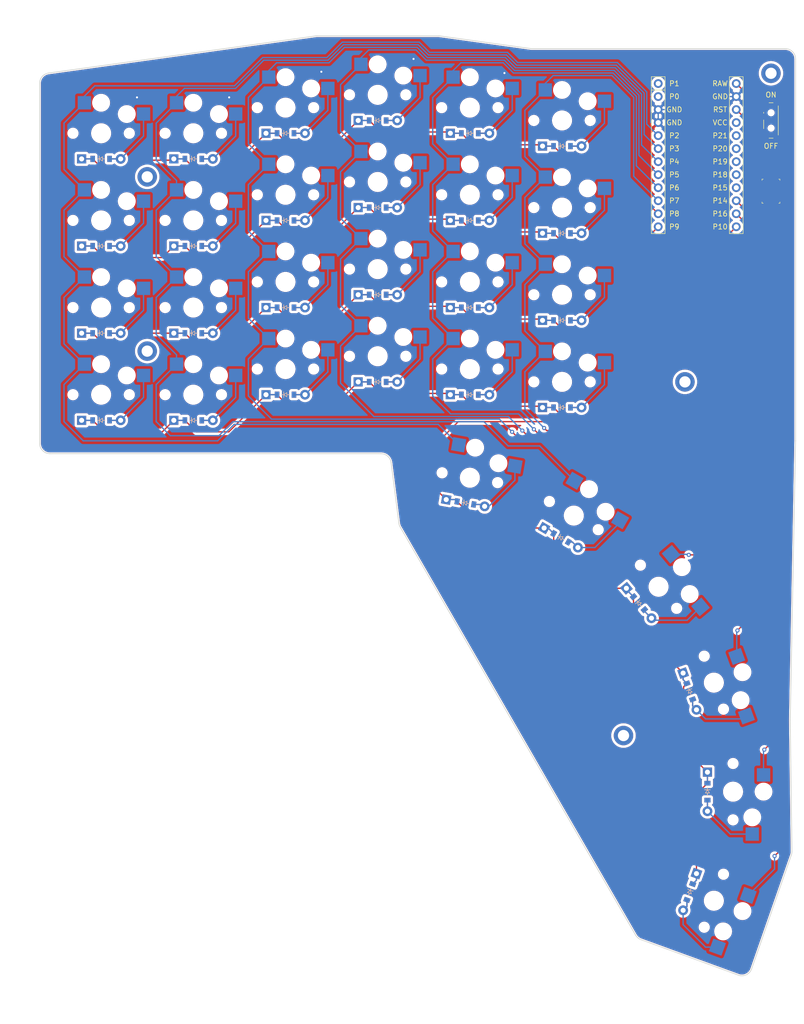
<source format=kicad_pcb>
(kicad_pcb (version 20241229) (generator "pcbnew") (generator_version "9.0")
  (title_block (title "main") (date "2025-05-04") (rev "v1.0.0") (company "Unknown"))
  (layers (0 "F.Cu" signal) (2 "B.Cu" signal) (13 "F.Paste" user) (15 "B.Paste" user) (5 "F.SilkS" user "F.Silkscreen") (7 "B.SilkS" user "B.Silkscreen") (1 "F.Mask" user) (3 "B.Mask" user) (25 "Edge.Cuts" user))
  (net 0 "")
  (net 1 "P2")
  (net 2 "outer_bottom")
  (net 3 "outer_home")
  (net 4 "outer_top")
  (net 5 "outer_num")
  (net 6 "P3")
  (net 7 "pinky_bottom")
  (net 8 "pinky_home")
  (net 9 "pinky_top")
  (net 10 "pinky_num")
  (net 11 "P4")
  (net 12 "ring_bottom")
  (net 13 "ring_home")
  (net 14 "ring_top")
  (net 15 "ring_num")
  (net 16 "P5")
  (net 17 "middle_bottom")
  (net 18 "middle_home")
  (net 19 "middle_top")
  (net 20 "middle_num")
  (net 21 "P6")
  (net 22 "index_bottom")
  (net 23 "index_home")
  (net 24 "index_top")
  (net 25 "index_num")
  (net 26 "P7")
  (net 27 "inner_bottom")
  (net 28 "inner_home")
  (net 29 "inner_top")
  (net 30 "inner_num")
  (net 31 "first_cluster")
  (net 32 "second_cluster")
  (net 33 "third_cluster")
  (net 34 "fourth_cluster")
  (net 35 "fifth_cluster")
  (net 36 "sixth_cluster")
  (net 37 "P16")
  (net 38 "P10")
  (net 39 "P9")
  (net 40 "P8")
  (net 41 "P14")
  (net 42 "RAW")
  (net 43 "GND")
  (net 44 "RST")
  (net 45 "VCC")
  (net 46 "P21")
  (net 47 "P20")
  (net 48 "P19")
  (net 49 "P18")
  (net 50 "P15")
  (net 51 "P1")
  (net 52 "P0")
  (net 53 "BAT_P")
  (footprint "PG1350" (layer "F.Cu") (at 192.297361 123.587635 -30)
    (property "Reference" "S26" (hide yes))
    (property "Value" "" (hide yes))
  )
  (footprint "PG1350" (layer "F.Cu") (at 172 78)
    (property "Reference" "S18" (hide yes))
    (property "Value" "" (hide yes))
  )
  (footprint "ceoloide:mounting_hole_plated" (layer "F.Cu") (at 109 91.5)
    (property "Reference" "H3" (hide yes))
    (property "Value" "")
  )
  (footprint "PG1350" (layer "F.Cu") (at 172 116.2 -10)
    (property "Reference" "S25" (hide yes))
    (property "Value" "" (hide yes))
  )
  (footprint "PG1350" (layer "F.Cu") (at 154 58.5)
    (property "Reference" "S15" (hide yes))
    (property "Value" "" (hide yes))
  )
  (footprint "PG1350" (layer "F.Cu") (at 154 75.5)
    (property "Reference" "S14" (hide yes))
    (property "Value" "" (hide yes))
  )
  (footprint "PG1350" (layer "F.Cu") (at 154 41.5)
    (property "Reference" "S16" (hide yes))
    (property "Value" "" (hide yes))
  )
  (footprint "ComboDiode" (layer "F.Cu") (at 214.945458 157.888097 -70)
    (property "Reference" "D28" (hide yes))
    (property "Value" "" (hide yes))
  )
  (footprint "ComboDiode" (layer "F.Cu") (at 190 68.5)
    (property "Reference" "D23" (hide yes))
    (property "Value" "" (hide yes))
  )
  (footprint "ComboDiode" (layer "F.Cu") (at 154 63.5)
    (property "Reference" "D15" (hide yes))
    (property "Value" "" (hide yes))
  )
  (footprint "PG1350" (layer "F.Cu") (at 100 100)
    (property "Reference" "S1" (hide yes))
    (property "Value" "" (hide yes))
  )
  (footprint "ComboDiode" (layer "F.Cu") (at 136 49)
    (property "Reference" "D12" (hide yes))
    (property "Value" "" (hide yes))
  )
  (footprint "ComboDiode" (layer "F.Cu") (at 136 83)
    (property "Reference" "D10" (hide yes))
    (property "Value" "" (hide yes))
  )
  (footprint "ComboDiode" (layer "F.Cu") (at 154 46.5)
    (property "Reference" "D16" (hide yes))
    (property "Value" "" (hide yes))
  )
  (footprint "ComboDiode" (layer "F.Cu") (at 172 49)
    (property "Reference" "D20" (hide yes))
    (property "Value" "" (hide yes))
  )
  (footprint "PG1350" (layer "F.Cu") (at 172 44)
    (property "Reference" "S20" (hide yes))
    (property "Value" "" (hide yes))
  )
  (footprint "ceoloide:mounting_hole_plated" (layer "F.Cu") (at 109 57.5)
    (property "Reference" "H1" (hide yes))
    (property "Value" "")
  )
  (footprint "ComboDiode" (layer "F.Cu") (at 190 51.5)
    (property "Reference" "D24" (hide yes))
    (property "Value" "" (hide yes))
  )
  (footprint "PG1350" (layer "F.Cu") (at 154 92.5)
    (property "Reference" "S13" (hide yes))
    (property "Value" "" (hide yes))
  )
  (footprint "PG1350" (layer "F.Cu") (at 208.843921 137.471848 -50)
    (property "Reference" "S27" (hide yes))
    (property "Value" "" (hide yes))
  )
  (footprint "ComboDiode" (layer "F.Cu") (at 118 54)
    (property "Reference" "D8" (hide yes))
    (property "Value" "" (hide yes))
  )
  (footprint "ComboDiode" (layer "F.Cu") (at 190 102.5)
    (property "Reference" "D21" (hide yes))
    (property "Value" "" (hide yes))
  )
  (footprint "ComboDiode" (layer "F.Cu") (at 118 71)
    (property "Reference" "D7" (hide yes))
    (property "Value" "" (hide yes))
  )
  (footprint "ComboDiode" (layer "F.Cu") (at 218.394721 177.449844 -90)
    (property "Reference" "D29" (hide yes))
    (property "Value" "" (hide yes))
  )
  (footprint "PG1350" (layer "F.Cu") (at 190 63.5)
    (property "Reference" "S23" (hide yes))
    (property "Value" "" (hide yes))
  )
  (footprint "PG1350" (layer "F.Cu") (at 118 100)
    (property "Reference" "S5" (hide yes))
    (property "Value" "" (hide yes))
  )
  (footprint "ComboDiode" (layer "F.Cu") (at 100 88)
    (property "Reference" "D2" (hide yes))
    (property "Value" "" (hide yes))
  )
  (footprint "ceoloide:mcu_nice_nano" (layer "F.Cu") (at 216.4 52)
    (property "Reference" "MCU1" (hide yes))
    (property "Value" "")
  )
  (footprint "PG1350" (layer "F.Cu") (at 190 80.5)
    (property "Reference" "S22" (hide yes))
    (property "Value" "" (hide yes))
  )
  (footprint "PG1350" (layer "F.Cu") (at 190 97.5)
    (property "Reference" "S21" (hide yes))
    (property "Value" "" (hide yes))
  )
  (footprint "ComboDiode" (layer "F.Cu") (at 154 80.5)
    (property "Reference" "D14" (hide yes))
    (property "Value" "" (hide yes))
  )
  (footprint "PG1350" (layer "F.Cu") (at 219.64392 198.721691 -110)
    (property "Reference" "S30" (hide yes))
    (property "Value" "" (hide yes))
  )
  (footprint "ComboDiode" (layer "F.Cu") (at 172 66)
    (property "Reference" "D19" (hide yes))
    (property "Value" "" (hide yes))
  )
  (footprint "ComboDiode" (layer "F.Cu") (at 100 54)
    (property "Reference" "D4" (hide yes))
    (property "Value" "" (hide yes))
  )
  (footprint "ComboDiode" (layer "F.Cu") (at 189.797361 127.917762 -30)
    (property "Reference" "D26" (hide yes))
    (property "Value" "" (hide yes))
  )
  (footprint "PG1350" (layer "F.Cu") (at 190 46.5)
    (property "Reference" "S24" (hide yes))
    (property "Value" "" (hide yes))
  )
  (footprint "PG1350" (layer "F.Cu") (at 100 83)
    (property "Reference" "S2" (hide yes))
    (property "Value" "" (hide yes))
  )
  (footprint "ComboDiode" (layer "F.Cu") (at 172 83)
    (property "Reference" "D18" (hide yes))
    (property "Value" "" (hide yes))
  )
  (footprint "PG1350" (layer "F.Cu") (at 136 95)
    (property "Reference" "S9" (hide yes))
    (property "Value" "" (hide yes))
  )
  (footprint "ComboDiode" (layer "F.Cu") (at 171.131759 121.124039 -10)
    (property "Reference" "D25" (hide yes))
    (property "Value" "" (hide yes))
  )
  (footprint "PG1350" (layer "F.Cu") (at 118 66)
    (property "Reference" "S7" (hide yes))
    (property "Value" "" (hide yes))
  )
  (footprint "ceoloide:mounting_hole_plated" (layer "F.Cu") (at 214 97.5)
    (property "Reference" "H7" (hide yes))
    (property "Value" "")
  )
  (footprint "ComboDiode" (layer "F.Cu") (at 214.945457 197.01159 -110)
    (property "Reference" "D30" (hide yes))
    (property "Value" "" (hide yes))
  )
  (footprint "PG1350" (layer "F.Cu") (at 136 78)
    (property "Reference" "S10" (hide yes))
    (property "Value" "" (hide yes))
  )
  (footprint "PG1350" (layer "F.Cu") (at 118 83)
    (property "Reference" "S6" (hide yes))
    (property "Value" "" (hide yes))
  )
  (footprint "ComboDiode" (layer "F.Cu") (at 100 71)
    (property "Reference" "D3" (hide yes))
    (property "Value" "" (hide yes))
  )
  (footprint "PG1350" (layer "F.Cu") (at 100 49)
    (property "Reference" "S4" (hide yes))
    (property "Value" "" (hide yes))
  )
  (footprint "ComboDiode" (layer "F.Cu") (at 118 88)
    (property "Reference" "D6" (hide yes))
    (property "Value" "" (hide yes))
  )
  (footprint "PG1350" (layer "F.Cu") (at 172 61)
    (property "Reference" "S19" (hide yes))
    (property "Value" "" (hide yes))
  )
  (footprint "ceoloide:mounting_hole_plated" (layer "F.Cu") (at 230.8 37.3)
    (property "Reference" "H5" (hide yes))
    (property "Value" "")
  )
  (footprint "ComboDiode" (layer "F.Cu") (at 136 66)
    (property "Reference" "D11" (hide yes))
    (property "Value" "" (hide yes))
  )
  (footprint "ceoloide:power_switch_smd_side" (layer "F.Cu") (at 230.8 46.5)
    (property "Reference" "PWR1" (hide yes))
    (property "Value" "")
  )
  (footprint "ComboDiode" (layer "F.Cu") (at 136 100)
    (property "Reference" "D9" (hide yes))
    (property "Value" "" (hide yes))
  )
  (footprint "ceoloide:mounting_hole_plated" (layer "F.Cu") (at 202 166.5)
    (property "Reference" "H9" (hide yes))
    (property "Value" "")
  )
  (footprint "PG1350" (layer "F.Cu") (at 118 49)
    (property "Reference" "S8" (hide yes))
    (property "Value" "" (hide yes))
  )
  (footprint "ceoloide:reset_switch_smd_side" (layer "F.Cu") (at 230.8 60.3 -90)
    (property "Reference" "RST1" (hide yes))
    (property "Value" "")
  )
  (footprint "ComboDiode" (layer "F.Cu") (at 172 100)
    (property "Reference" "D17" (hide yes))
    (property "Value" "" (hide yes))
  )
  (footprint "ComboDiode" (layer "F.Cu") (at 205.013698 140.685786 -50)
    (property "Reference" "D27" (hide yes))
    (property "Value" "" (hide yes))
  )
  (footprint "ComboDiode" (layer "F.Cu") (at 100 105)
    (property "Reference" "D1" (hide yes))
    (property "Value" "" (hide yes))
  )
  (footprint "PG1350" (layer "F.Cu") (at 223.394721 177.449844 -90)
    (property "Reference" "S29" (hide yes))
    (property "Value" "" (hide yes))
  )
  (footprint "PG1350" (layer "F.Cu") (at 136 61)
    (property "Reference" "S11" (hide yes))
    (property "Value" "" (hide yes))
  )
  (footprint "PG1350" (layer "F.Cu") (at 100 66)
    (property "Reference" "S3" (hide yes))
    (property "Value" "" (hide yes))
  )
  (footprint "ComboDiode" (layer "F.Cu") (at 118 105)
    (property "Reference" "D5" (hide yes))
    (property "Value" "" (hide yes))
  )
  (footprint "PG1350" (layer "F.Cu") (at 219.643921 156.177996 -70)
    (property "Reference" "S28" (hide yes))
    (property "Value" "" (hide yes))
  )
  (footprint "PG1350" (layer "F.Cu") (at 172 95)
    (property "Reference" "S17" (hide yes))
    (property "Value" "" (hide yes))
  )
  (footprint "ComboDiode" (layer "F.Cu") (at 190 85.5)
    (property "Reference" "D22" (hide yes))
    (property "Value" "" (hide yes))
  )
  (footprint "ComboDiode" (layer "F.Cu") (at 154 97.5)
    (property "Reference" "D13" (hide yes))
    (property "Value" "" (hide yes))
  )
  (footprint "PG1350" (layer "F.Cu") (at 136 44)
    (property "Reference" "S12" (hide yes))
    (property "Value" "" (hide yes))
  )
  (gr_line (start 156.623587 113.245954) (end 158.134353 125.043265) (stroke (width 0.15)) (layer "Edge.Cuts"))
  (gr_line (start 234.555246 163.488792) (end 235.599632 109.019167) (stroke (width 0.15)) (layer "Edge.Cuts"))
  (gr_arc (start 233.6 32.5) (mid 235.014214 33.085786) (end 235.6 34.5) (stroke (width 0.15)) (layer "Edge.Cuts"))
  (gr_arc (start 165.861775 30) (mid 165.999672 30.004758) (end 166.136912 30.019016) (stroke (width 0.15)) (layer "Edge.Cuts"))
  (gr_arc (start 227.014181 212.01811) (mid 225.983095 213.165816) (end 224.441946 213.238163) (stroke (width 0.15)) (layer "Edge.Cuts"))
  (gr_line (start 183.863088 32.480984) (end 166.136912 30.019016) (stroke (width 0.15)) (layer "Edge.Cuts"))
  (gr_line (start 90 111.5) (end 154.639788 111.5) (stroke (width 0.15)) (layer "Edge.Cuts"))
  (gr_line (start 227.014181 212.01811) (end 234.778463 189.782783) (stroke (width 0.15)) (layer "Edge.Cuts"))
  (gr_arc (start 184.138225 32.5) (mid 184.000328 32.495243) (end 183.863088 32.480985) (stroke (width 0.15)) (layer "Edge.Cuts"))
  (gr_line (start 158.386102 125.789219) (end 204.369243 205.434356) (stroke (width 0.15)) (layer "Edge.Cuts"))
  (gr_arc (start 141.863088 30.019016) (mid 142.000328 30.004762) (end 142.138225 30) (stroke (width 0.15)) (layer "Edge.Cuts"))
  (gr_arc (start 205.417254 206.313741) (mid 204.815727 205.966439) (end 204.369243 205.434356) (stroke (width 0.15)) (layer "Edge.Cuts"))
  (gr_arc (start 158.386102 125.789219) (mid 158.22316 125.428752) (end 158.134353 125.043265) (stroke (width 0.15)) (layer "Edge.Cuts"))
  (gr_arc (start 154.639788 111.5) (mid 155.96114 111.998647) (end 156.623587 113.245954) (stroke (width 0.15)) (layer "Edge.Cuts"))
  (gr_line (start 205.417254 206.313741) (end 224.441946 213.238163) (stroke (width 0.15)) (layer "Edge.Cuts"))
  (gr_line (start 89.724863 37.260436) (end 141.863088 30.019016) (stroke (width 0.15)) (layer "Edge.Cuts"))
  (gr_line (start 88 39.24142) (end 88 109.5) (stroke (width 0.15)) (layer "Edge.Cuts"))
  (gr_line (start 235.6 108.980826) (end 235.6 34.5) (stroke (width 0.15)) (layer "Edge.Cuts"))
  (gr_arc (start 88 39.24142) (mid 88.491637 37.928068) (end 89.724863 37.260436) (stroke (width 0.15)) (layer "Edge.Cuts"))
  (gr_arc (start 90 111.5) (mid 88.585786 110.914214) (end 88 109.5) (stroke (width 0.15)) (layer "Edge.Cuts"))
  (gr_arc (start 234.890096 189.09722) (mid 234.864277 189.444887) (end 234.778463 189.782783) (stroke (width 0.15)) (layer "Edge.Cuts"))
  (gr_line (start 234.890096 189.09722) (end 234.555051 163.553363) (stroke (width 0.15)) (layer "Edge.Cuts"))
  (gr_line (start 233.6 32.5) (end 184.138225 32.5) (stroke (width 0.15)) (layer "Edge.Cuts"))
  (gr_line (start 165.861775 30) (end 142.138225 30) (stroke (width 0.15)) (layer "Edge.Cuts"))
  (gr_arc (start 234.555051 163.553363) (mid 234.554888 163.521077) (end 234.555246 163.488792) (stroke (width 0.15)) (layer "Edge.Cuts"))
  (gr_arc (start 235.6 108.980826) (mid 235.599908 108.999997) (end 235.599632 109.019167) (stroke (width 0.15)) (layer "Edge.Cuts"))
  (segment (start 122.75 109) (end 96.5 109) (width 0.254) (layer "B.Cu") (net 1))
  (segment (start 92.75 73.075) (end 96.725 77.05) (width 0.254) (layer "B.Cu") (net 1))
  (segment (start 126.039166 39.741) (end 131.548166 34.232) (width 0.254) (layer "B.Cu") (net 1))
  (segment (start 179.35802 33.214) (end 181.349018 35.205) (width 0.254) (layer "B.Cu") (net 1))
  (segment (start 169.807961 109.771696) (end 165.822265 105.786) (width 0.254) (layer "B.Cu") (net 1))
  (segment (start 200.804172 35.205) (end 206.545 40.945829) (width 0.254) (layer "B.Cu") (net 1))
  (segment (start 92.75 81.025) (end 92.75 90.075) (width 0.254) (layer "B.Cu") (net 1))
  (segment (start 125.964 105.786) (end 122.75 109) (width 0.254) (layer "B.Cu") (net 1))
  (segment (start 92.75 98.025) (end 96.725 94.05) (width 0.254) (layer "B.Cu") (net 1))
  (segment (start 96.725 43.05) (end 92.75 47.025) (width 0.254) (layer "B.Cu") (net 1))
  (segment (start 131.548166 34.232) (end 144.078332 34.232) (width 0.254) (layer "B.Cu") (net 1))
  (segment (start 92.75 64.025) (end 92.75 73.075) (width 0.254) (layer "B.Cu") (net 1))
  (segment (start 96.725 77.05) (end 92.75 81.025) (width 0.254) (layer "B.Cu") (net 1))
  (segment (start 181.349018 35.205) (end 200.804172 35.205) (width 0.254) (layer "B.Cu") (net 1))
  (segment (start 98.759 39.741) (end 126.039166 39.741) (width 0.254) (layer "B.Cu") (net 1))
  (segment (start 92.75 90.075) (end 96.725 94.05) (width 0.254) (layer "B.Cu") (net 1))
  (segment (start 147.087332 31.223) (end 162.132503 31.223) (width 0.254) (layer "B.Cu") (net 1))
  (segment (start 144.078332 34.232) (end 147.087332 31.223) (width 0.254) (layer "B.Cu") (net 1))
  (segment (start 92.75 105.25) (end 92.75 98.025) (width 0.254) (layer "B.Cu") (net 1))
  (segment (start 92.75 56.075) (end 96.725 60.05) (width 0.254) (layer "B.Cu") (net 1))
  (segment (start 92.75 47.025) (end 92.75 56.075) (width 0.254) (layer "B.Cu") (net 1))
  (segment (start 206.545 47.225) (end 208.78 49.46) (width 0.254) (layer "B.Cu") (net 1))
  (segment (start 96.5 109) (end 92.75 105.25) (width 0.254) (layer "B.Cu") (net 1))
  (segment (start 164.123503 33.214) (end 179.35802 33.214) (width 0.254) (layer "B.Cu") (net 1))
  (segment (start 96.725 60.05) (end 92.75 64.025) (width 0.254) (layer "B.Cu") (net 1))
  (segment (start 206.545 40.945829) (end 206.545 47.225) (width 0.254) (layer "B.Cu") (net 1))
  (segment (start 96.725 41.775) (end 98.759 39.741) (width 0.254) (layer "B.Cu") (net 1))
  (segment (start 165.822265 105.786) (end 125.964 105.786) (width 0.254) (layer "B.Cu") (net 1))
  (segment (start 96.725 43.05) (end 96.725 41.775) (width 0.254) (layer "B.Cu") (net 1))
  (segment (start 162.132503 31.223) (end 164.123503 33.214) (width 0.254) (layer "B.Cu") (net 1))
  (segment (start 101.65 105) (end 103.81 105) (width 0.254) (layer "F.Cu") (net 2))
  (segment (start 103.81 105) (end 108.275 100.535) (width 0.254) (layer "B.Cu") (net 2))
  (segment (start 108.275 100.535) (end 108.275 96.25) (width 0.254) (layer "B.Cu") (net 2))
  (segment (start 101.65 105) (end 103.81 105) (width 0.254) (layer "B.Cu") (net 2))
  (segment (start 101.65 88) (end 103.81 88) (width 0.254) (layer "F.Cu") (net 3))
  (segment (start 101.65 88) (end 103.81 88) (width 0.254) (layer "B.Cu") (net 3))
  (segment (start 103.81 88) (end 108.275 83.535) (width 0.254) (layer "B.Cu") (net 3))
  (segment (start 108.275 83.535) (end 108.275 79.25) (width 0.254) (layer "B.Cu") (net 3))
  (segment (start 101.65 71) (end 103.81 71) (width 0.254) (layer "F.Cu") (net 4))
  (segment (start 101.65 71) (end 103.81 71) (width 0.254) (layer "B.Cu") (net 4))
  (segment (start 103.81 71) (end 108.275 66.535) (width 0.254) (layer "B.Cu") (net 4))
  (segment (start 108.275 66.535) (end 108.275 62.25) (width 0.254) (layer "B.Cu") (net 4))
  (segment (start 101.65 54) (end 103.81 54) (width 0.254) (layer "F.Cu") (net 5))
  (segment (start 108.275 49.535) (end 108.275 45.25) (width 0.254) (layer "B.Cu") (net 5))
  (segment (start 101.65 54) (end 103.81 54) (width 0.254) (layer "B.Cu") (net 5))
  (segment (start 103.81 54) (end 108.275 49.535) (width 0.254) (layer "B.Cu") (net 5))
  (segment (start 181.138184 35.714) (end 200.593337 35.714) (width 0.254) (layer "B.Cu") (net 6))
  (segment (start 131.759 34.741) (end 144.289166 34.741) (width 0.254) (layer "B.Cu") (net 6))
  (segment (start 163.912669 33.723) (end 179.147185 33.723) (width 0.254) (layer "B.Cu") (net 6))
  (segment (start 174.75 105.277) (end 125.723 105.277) (width 0.254) (layer "B.Cu") (net 6))
  (segment (start 206.036 49.256) (end 208.78 52) (width 0.254) (layer "B.Cu") (net 6))
  (segment (start 110.75 105.25) (end 110.75 98.025) (width 0.254) (layer "B.Cu") (net 6))
  (segment (start 114.725 77.05) (end 110.75 81.025) (width 0.254) (layer "B.Cu") (net 6))
  (segment (start 114.725 58.225) (end 114.725 60.05) (width 0.254) (layer "B.Cu") (net 6))
  (segment (start 179.473 110) (end 174.75 105.277) (width 0.254) (layer "B.Cu") (net 6))
  (segment (start 161.921668 31.732) (end 163.912669 33.723) (width 0.254) (layer "B.Cu") (net 6))
  (segment (start 114.725 43.05) (end 114.725 41.775) (width 0.254) (layer "B.Cu") (net 6))
  (segment (start 123 108) (end 113.5 108) (width 0.254) (layer "B.Cu") (net 6))
  (segment (start 192.436128 116.797284) (end 185.638844 110) (width 0.254) (layer "B.Cu") (net 6))
  (segment (start 110.75 88.25) (end 114.725 92.225) (width 0.254) (layer "B.Cu") (net 6))
  (segment (start 179.147185 33.723) (end 181.138184 35.714) (width 0.254) (layer "B.Cu") (net 6))
  (segment (start 206.036 41.156663) (end 206.036 49.256) (width 0.254) (layer "B.Cu") (net 6))
  (segment (start 110.75 81.025) (end 110.75 88.25) (width 0.254) (layer "B.Cu") (net 6))
  (segment (start 114.725 41.775) (end 116.25 40.25) (width 0.254) (layer "B.Cu") (net 6))
  (segment (start 113.5 108) (end 110.75 105.25) (width 0.254) (layer "B.Cu") (net 6))
  (segment (start 114.725 43.05) (end 110.75 47.025) (width 0.254) (layer "B.Cu") (net 6))
  (segment (start 125.723 105.277) (end 123 108) (width 0.254) (layer "B.Cu") (net 6))
  (segment (start 110.75 73.075) (end 114.725 77.05) (width 0.254) (layer "B.Cu") (net 6))
  (segment (start 185.638844 110) (end 179.473 110) (width 0.254) (layer "B.Cu") (net 6))
  (segment (start 114.725 60.05) (end 110.75 64.025) (width 0.254) (layer "B.Cu") (net 6))
  (segment (start 114.725 92.225) (end 114.725 94.05) (width 0.254) (layer "B.Cu") (net 6))
  (segment (start 110.75 98.025) (end 114.725 94.05) (width 0.254) (layer "B.Cu") (net 6))
  (segment (start 144.289166 34.741) (end 147.298166 31.732) (width 0.254) (layer "B.Cu") (net 6))
  (segment (start 200.593337 35.714) (end 206.036 41.156663) (width 0.254) (layer "B.Cu") (net 6))
  (segment (start 110.75 47.025) (end 110.75 54.25) (width 0.254) (layer "B.Cu") (net 6))
  (segment (start 110.75 64.025) (end 110.75 73.075) (width 0.254) (layer "B.Cu") (net 6))
  (segment (start 126.25 40.25) (end 131.759 34.741) (width 0.254) (layer "B.Cu") (net 6))
  (segment (start 116.25 40.25) (end 126.25 40.25) (width 0.254) (layer "B.Cu") (net 6))
  (segment (start 147.298166 31.732) (end 161.921668 31.732) (width 0.254) (layer "B.Cu") (net 6))
  (segment (start 110.75 54.25) (end 114.725 58.225) (width 0.254) (layer "B.Cu") (net 6))
  (segment (start 119.65 105) (end 121.81 105) (width 0.254) (layer "F.Cu") (net 7))
  (segment (start 121.81 105) (end 126.275 100.535) (width 0.254) (layer "B.Cu") (net 7))
  (segment (start 119.65 105) (end 121.81 105) (width 0.254) (layer "B.Cu") (net 7))
  (segment (start 126.275 100.535) (end 126.275 96.25) (width 0.254) (layer "B.Cu") (net 7))
  (segment (start 119.65 88) (end 121.81 88) (width 0.254) (layer "F.Cu") (net 8))
  (segment (start 126.275 83.535) (end 126.275 79.25) (width 0.254) (layer "B.Cu") (net 8))
  (segment (start 121.81 88) (end 126.275 83.535) (width 0.254) (layer "B.Cu") (net 8))
  (segment (start 119.65 88) (end 121.81 88) (width 0.254) (layer "B.Cu") (net 8))
  (segment (start 119.65 71) (end 121.81 71) (width 0.254) (layer "F.Cu") (net 9))
  (segment (start 126.275 66.535) (end 126.275 62.25) (width 0.254) (layer "B.Cu") (net 9))
  (segment (start 119.65 71) (end 121.81 71) (width 0.254) (layer "B.Cu") (net 9))
  (segment (start 121.81 71) (end 126.275 66.535) (width 0.254) (layer "B.Cu") (net 9))
  (segment (start 119.65 54) (end 121.81 54) (width 0.254) (layer "F.Cu") (net 10))
  (segment (start 119.65 54) (end 121.81 54) (width 0.254) (layer "B.Cu") (net 10))
  (segment (start 121.81 54) (end 126.275 49.535) (width 0.254) (layer "B.Cu") (net 10))
  (segment (start 126.275 49.535) (end 126.275 45.25) (width 0.254) (layer "B.Cu") (net 10))
  (segment (start 181.527 108.527) (end 180.25 107.25) (width 0.254) (layer "F.Cu") (net 11))
  (segment (start 230.723 121.632502) (end 228.670249 119.579751) (width 0.254) (layer "F.Cu") (net 11))
  (segment (start 227.75 131) (end 230.723 128.027) (width 0.254) (layer "F.Cu") (net 11))
  (segment (start 227.5 131.25) (end 227.75 131) (width 0.254) (layer "F.Cu") (net 11))
  (segment (start 228.670249 119.579751) (end 217.617498 108.527) (width 0.254) (layer "F.Cu") (net 11))
  (segment (start 217.617498 108.527) (end 205.5 108.527) (width 0.254) (layer "F.Cu") (net 11))
  (segment (start 205.5 108.527) (end 181.527 108.527) (width 0.254) (layer "F.Cu") (net 11))
  (segment (start 230.723 128.027) (end 230.723 121.632502) (width 0.254) (layer "F.Cu") (net 11))
  (segment (start 214.75 131.25) (end 227.5 131.25) (width 0.254) (layer "F.Cu") (net 11))
  (via (at 214.75 131.25) (size 0.8) (drill 0.4) (layers "F.Cu" "B.Cu") (net 11))
  (via (at 180.25 107.25) (size 0.8) (drill 0.4) (layers "F.Cu" "B.Cu") (net 11))
  (segment (start 128.75 76.025) (end 128.75 85.075) (width 0.254) (layer "B.Cu") (net 11))
  (segment (start 132.725 55.05) (end 128.75 59.025) (width 0.254) (layer "B.Cu") (net 11))
  (segment (start 128.75 59.025) (end 128.75 68.075) (width 0.254) (layer "B.Cu") (net 11))
  (segment (start 163.701834 34.232) (end 178.936351 34.232) (width 0.254) (layer "B.Cu") (net 11))
  (segment (start 128.75 85.075) (end 132.725 89.05) (width 0.254) (layer "B.Cu") (net 11))
  (segment (start 211.296756 131.138466) (end 214.638466 131.138466) (width 0.254) (layer "B.Cu") (net 11))
  (segment (start 128.75 100.25) (end 128.75 93.025) (width 0.254) (layer "B.Cu") (net 11))
  (segment (start 132.725 36.775) (end 134.25 35.25) (width 0.254) (layer "B.Cu") (net 11))
  (segment (start 134.25 35.25) (end 144.5 35.25) (width 0.254) (layer "B.Cu") (net 11))
  (segment (start 177.768 104.768) (end 133.268 104.768) (width 0.254) (layer "B.Cu") (net 11))
  (segment (start 200.382503 36.223) (end 205.527 41.367497) (width 0.254) (layer "B.Cu") (net 11))
  (segment (start 144.5 35.25) (end 147.509 32.241) (width 0.254) (layer "B.Cu") (net 11))
  (segment (start 132.725 72.05) (end 128.75 76.025) (width 0.254) (layer "B.Cu") (net 11))
  (segment (start 128.75 51.075) (end 132.725 55.05) (width 0.254) (layer "B.Cu") (net 11))
  (segment (start 133.268 104.768) (end 128.75 100.25) (width 0.254) (layer "B.Cu") (net 11))
  (segment (start 178.936351 34.232) (end 180.92735 36.223) (width 0.254) (layer "B.Cu") (net 11))
  (segment (start 161.710834 32.241) (end 163.701834 34.232) (width 0.254) (layer "B.Cu") (net 11))
  (segment (start 180.92735 36.223) (end 200.382503 36.223) (width 0.254) (layer "B.Cu") (net 11))
  (segment (start 128.75 68.075) (end 132.725 72.05) (width 0.254) (layer "B.Cu") (net 11))
  (segment (start 214.638466 131.138466) (end 214.75 131.25) (width 0.254) (layer "B.Cu") (net 11))
  (segment (start 147.509 32.241) (end 161.710834 32.241) (width 0.254) (layer "B.Cu") (net 11))
  (segment (start 132.725 38.05) (end 128.75 42.025) (width 0.254) (layer "B.Cu") (net 11))
  (segment (start 128.75 93.025) (end 132.725 89.05) (width 0.254) (layer "B.Cu") (net 11))
  (segment (start 205.527 41.367497) (end 205.527 51.287) (width 0.254) (layer "B.Cu") (net 11))
  (segment (start 128.75 42.025) (end 128.75 51.075) (width 0.254) (layer "B.Cu") (net 11))
  (segment (start 205.527 51.287) (end 208.78 54.54) (width 0.254) (layer "B.Cu") (net 11))
  (segment (start 180.25 107.25) (end 177.768 104.768) (width 0.254) (layer "B.Cu") (net 11))
  (segment (start 132.725 38.05) (end 132.725 36.775) (width 0.254) (layer "B.Cu") (net 11))
  (segment (start 137.65 100) (end 139.81 100) (width 0.254) (layer "F.Cu") (net 12))
  (segment (start 137.65 100) (end 139.81 100) (width 0.254) (layer "B.Cu") (net 12))
  (segment (start 139.81 100) (end 144.275 95.535) (width 0.254) (layer "B.Cu") (net 12))
  (segment (start 144.275 95.535) (end 144.275 91.25) (width 0.254) (layer "B.Cu") (net 12))
  (segment (start 137.65 83) (end 139.81 83) (width 0.254) (layer "F.Cu") (net 13))
  (segment (start 137.65 83) (end 139.81 83) (width 0.254) (layer "B.Cu") (net 13))
  (segment (start 139.81 83) (end 144.275 78.535) (width 0.254) (layer "B.Cu") (net 13))
  (segment (start 144.275 78.535) (end 144.275 74.25) (width 0.254) (layer "B.Cu") (net 13))
  (segment (start 137.65 66) (end 139.81 66) (width 0.254) (layer "F.Cu") (net 14))
  (segment (start 144.275 61.535) (end 144.275 57.25) (width 0.254) (layer "B.Cu") (net 14))
  (segment (start 137.65 66) (end 139.81 66) (width 0.254) (layer "B.Cu") (net 14))
  (segment (start 139.81 66) (end 144.275 61.535) (width 0.254) (layer "B.Cu") (net 14))
  (segment (start 137.65 49) (end 139.81 49) (width 0.254) (layer "F.Cu") (net 15))
  (segment (start 137.65 49) (end 139.81 49) (width 0.254) (layer "B.Cu") (net 15))
  (segment (start 139.81 49) (end 144.275 44.535) (width 0.254) (layer "B.Cu") (net 15))
  (segment (start 144.275 44.535) (end 144.275 40.25) (width 0.254) (layer "B.Cu") (net 15))
  (segment (start 183.268 108.018) (end 182.25 107) (width 0.254) (layer "F.Cu") (net 16))
  (segment (start 217.828332 108.018) (end 204.75 108.018) (width 0.254) (layer "F.Cu") (net 16))
  (segment (start 231.232 139.018) (end 231.232 133.25) (width 0.254) (layer "F.Cu") (net 16))
  (segment (start 231.232 121.421668) (end 219.030166 109.219834) (width 0.254) (layer "F.Cu") (net 16))
  (segment (start 231.232 133.25) (end 231.232 121.421668) (width 0.254) (layer "F.Cu") (net 16))
  (segment (start 204.75 108.018) (end 183.268 108.018) (width 0.254) (layer "F.Cu") (net 16))
  (segment (start 219.030166 109.219834) (end 217.828332 108.018) (width 0.254) (layer "F.Cu") (net 16))
  (segment (start 224.25 146) (end 231.232 139.018) (width 0.254) (layer "F.Cu") (net 16))
  (via (at 182.25 107) (size 0.8) (drill 0.4) (layers "F.Cu" "B.Cu") (net 16))
  (via (at 224.25 146) (size 0.8) (drill 0.4) (layers "F.Cu" "B.Cu") (net 16))
  (segment (start 205.018 41.578331) (end 205.018 53.318) (width 0.254) (layer "B.Cu") (net 16))
  (segment (start 150.725 34.275) (end 152.25 32.75) (width 0.254) (layer "B.Cu") (net 16))
  (segment (start 146.75 82.575) (end 150.725 86.55) (width 0.254) (layer "B.Cu") (net 16))
  (segment (start 146.75 97.75) (end 146.75 90.525) (width 0.254) (layer "B.Cu") (net 16))
  (segment (start 178.725516 34.741) (end 180.716516 36.732) (width 0.254) (layer "B.Cu") (net 16))
  (segment (start 200.171669 36.732) (end 205.018 41.578331) (width 0.254) (layer "B.Cu") (net 16))
  (segment (start 179.509 104.259) (end 153.259 104.259) (width 0.254) (layer "B.Cu") (net 16))
  (segment (start 153.259 104.259) (end 146.75 97.75) (width 0.254) (layer "B.Cu") (net 16))
  (segment (start 150.725 52.55) (end 146.75 56.525) (width 0.254) (layer "B.Cu") (net 16))
  (segment (start 146.75 65.575) (end 150.725 69.55) (width 0.254) (layer "B.Cu") (net 16))
  (segment (start 146.75 73.525) (end 146.75 82.575) (width 0.254) (layer "B.Cu") (net 16))
  (segment (start 205.018 53.318) (end 208.78 57.08) (width 0.254) (layer "B.Cu") (net 16))
  (segment (start 161.5 32.75) (end 163.491 34.741) (width 0.254) (layer "B.Cu") (net 16))
  (segment (start 182.25 107) (end 179.509 104.259) (width 0.254) (layer "B.Cu") (net 16))
  (segment (start 163.491 34.741) (end 178.725516 34.741) (width 0.254) (layer "B.Cu") (net 16))
  (segment (start 150.725 35.55) (end 150.725 34.275) (width 0.254) (layer "B.Cu") (net 16))
  (segment (start 224.114976 151.065483) (end 224.114976 146.135024) (width 0.254) (layer "B.Cu") (net 16))
  (segment (start 146.75 39.525) (end 146.75 48.575) (width 0.254) (layer "B.Cu") (net 16))
  (segment (start 224.114976 146.135024) (end 224.25 146) (width 0.254) (layer "B.Cu") (net 16))
  (segment (start 146.75 90.525) (end 150.725 86.55) (width 0.254) (layer "B.Cu") (net 16))
  (segment (start 152.25 32.75) (end 161.5 32.75) (width 0.254) (layer "B.Cu") (net 16))
  (segment (start 146.75 48.575) (end 150.725 52.55) (width 0.254) (layer "B.Cu") (net 16))
  (segment (start 150.725 35.55) (end 146.75 39.525) (width 0.254) (layer "B.Cu") (net 16))
  (segment (start 146.75 56.525) (end 146.75 65.575) (width 0.254) (layer "B.Cu") (net 16))
  (segment (start 180.716516 36.732) (end 200.171669 36.732) (width 0.254) (layer "B.Cu") (net 16))
  (segment (start 150.725 69.55) (end 146.75 73.525) (width 0.254) (layer "B.Cu") (net 16))
  (segment (start 155.65 97.5) (end 157.81 97.5) (width 0.254) (layer "F.Cu") (net 17))
  (segment (start 162.275 93.035) (end 162.275 88.75) (width 0.254) (layer "B.Cu") (net 17))
  (segment (start 157.81 97.5) (end 162.275 93.035) (width 0.254) (layer "B.Cu") (net 17))
  (segment (start 155.65 97.5) (end 157.81 97.5) (width 0.254) (layer "B.Cu") (net 17))
  (segment (start 155.65 80.5) (end 157.81 80.5) (width 0.254) (layer "F.Cu") (net 18))
  (segment (start 157.81 80.5) (end 162.275 76.035) (width 0.254) (layer "B.Cu") (net 18))
  (segment (start 162.275 76.035) (end 162.275 71.75) (width 0.254) (layer "B.Cu") (net 18))
  (segment (start 155.65 80.5) (end 157.81 80.5) (width 0.254) (layer "B.Cu") (net 18))
  (segment (start 155.65 63.5) (end 157.81 63.5) (width 0.254) (layer "F.Cu") (net 19))
  (segment (start 155.65 63.5) (end 157.81 63.5) (width 0.254) (layer "B.Cu") (net 19))
  (segment (start 157.81 63.5) (end 162.275 59.035) (width 0.254) (layer "B.Cu") (net 19))
  (segment (start 162.275 59.035) (end 162.275 54.75) (width 0.254) (layer "B.Cu") (net 19))
  (segment (start 155.65 46.5) (end 157.81 46.5) (width 0.254) (layer "F.Cu") (net 20))
  (segment (start 157.81 46.5) (end 162.275 42.035) (width 0.254) (layer "B.Cu") (net 20))
  (segment (start 155.65 46.5) (end 157.81 46.5) (width 0.254) (layer "B.Cu") (net 20))
  (segment (start 162.275 42.035) (end 162.275 37.75) (width 0.254) (layer "B.Cu") (net 20))
  (segment (start 231.741 167.009) (end 231.741 163.5) (width 0.254) (layer "F.Cu") (net 21))
  (segment (start 218.039166 107.509) (end 206.25 107.509) (width 0.254) (layer "F.Cu") (net 21))
  (segment (start 206.25 107.509) (end 185.259 107.509) (width 0.254) (layer "F.Cu") (net 21))
  (segment (start 231.741 163.5) (end 231.741 125) (width 0.254) (layer "F.Cu") (net 21))
  (segment (start 185.259 107.509) (end 184.5 106.75) (width 0.254) (layer "F.Cu") (net 21))
  (segment (start 229.5 169.25) (end 231.741 167.009) (width 0.254) (layer "F.Cu") (net 21))
  (segment (start 231.741 121.210834) (end 222.640083 112.109917) (width 0.254) (layer "F.Cu") (net 21))
  (segment (start 222.640083 112.109917) (end 218.039166 107.509) (width 0.254) (layer "F.Cu") (net 21))
  (segment (start 231.741 125) (end 231.741 121.210834) (width 0.254) (layer "F.Cu") (net 21))
  (via (at 229.5 169.25) (size 0.8) (drill 0.4) (layers "F.Cu" "B.Cu") (net 21))
  (via (at 184.5 106.75) (size 0.8) (drill 0.4) (layers "F.Cu" "B.Cu") (net 21))
  (segment (start 168.725 36.775) (end 170.25 35.25) (width 0.254) (layer "B.Cu") (net 21))
  (segment (start 180.505682 37.241) (end 199.960834 37.241) (width 0.254) (layer "B.Cu") (net 21))
  (segment (start 184.5 106.75) (end 181.5 103.75) (width 0.254) (layer "B.Cu") (net 21))
  (segment (start 178.514682 35.25) (end 180.505682 37.241) (width 0.254) (layer "B.Cu") (net 21))
  (segment (start 199.960834 37.241) (end 204.509 41.789165) (width 0.254) (layer "B.Cu") (net 21))
  (segment (start 164.75 51.075) (end 168.725 55.05) (width 0.254) (layer "B.Cu") (net 21))
  (segment (start 229.344721 169.405279) (end 229.5 169.25) (width 0.254) (layer "B.Cu") (net 21))
  (segment (start 229.344721 174.174844) (end 229.344721 169.405279) (width 0.254) (layer "B.Cu") (net 21))
  (segment (start 168.725 55.05) (end 164.75 59.025) (width 0.254) (layer "B.Cu") (net 21))
  (segment (start 204.509 55.349) (end 208.78 59.62) (width 0.254) (layer "B.Cu") (net 21))
  (segment (start 168.725 38.05) (end 164.75 42.025) (width 0.254) (layer "B.Cu") (net 21))
  (segment (start 164.75 59.025) (end 164.75 68.075) (width 0.254) (layer "B.Cu") (net 21))
  (segment (start 164.75 93.025) (end 168.725 89.05) (width 0.254) (layer "B.Cu") (net 21))
  (segment (start 164.75 100.25) (end 164.75 93.025) (width 0.254) (layer "B.Cu") (net 21))
  (segment (start 168.725 72.05) (end 164.75 76.025) (width 0.254) (layer "B.Cu") (net 21))
  (segment (start 181.5 103.75) (end 168.25 103.75) (width 0.254) (layer "B.Cu") (net 21))
  (segment (start 164.75 42.025) (end 164.75 51.075) (width 0.254) (layer "B.Cu") (net 21))
  (segment (start 168.25 103.75) (end 164.75 100.25) (width 0.254) (layer "B.Cu") (net 21))
  (segment (start 170.25 35.25) (end 178.514682 35.25) (width 0.254) (layer "B.Cu") (net 21))
  (segment (start 164.75 85.075) (end 168.725 89.05) (width 0.254) (layer "B.Cu") (net 21))
  (segment (start 164.75 68.075) (end 168.725 72.05) (width 0.254) (layer "B.Cu") (net 21))
  (segment (start 164.75 76.025) (end 164.75 85.075) (width 0.254) (layer "B.Cu") (net 21))
  (segment (start 204.509 41.789165) (end 204.509 55.349) (width 0.254) (layer "B.Cu") (net 21))
  (segment (start 168.725 38.05) (end 168.725 36.775) (width 0.254) (layer "B.Cu") (net 21))
  (segment (start 173.65 100) (end 175.81 100) (width 0.254) (layer "F.Cu") (net 22))
  (segment (start 180.275 95.535) (end 180.275 91.25) (width 0.254) (layer "B.Cu") (net 22))
  (segment (start 173.65 100) (end 175.81 100) (width 0.254) (layer "B.Cu") (net 22))
  (segment (start 175.81 100) (end 180.275 95.535) (width 0.254) (layer "B.Cu") (net 22))
  (segment (start 173.65 83) (end 175.81 83) (width 0.254) (layer "F.Cu") (net 23))
  (segment (start 173.65 83) (end 175.81 83) (width 0.254) (layer "B.Cu") (net 23))
  (segment (start 175.81 83) (end 180.275 78.535) (width 0.254) (layer "B.Cu") (net 23))
  (segment (start 180.275 78.535) (end 180.275 74.25) (width 0.254) (layer "B.Cu") (net 23))
  (segment (start 173.65 66) (end 175.81 66) (width 0.254) (layer "F.Cu") (net 24))
  (segment (start 175.81 66) (end 180.275 61.535) (width 0.254) (layer "B.Cu") (net 24))
  (segment (start 180.275 61.535) (end 180.275 57.25) (width 0.254) (layer "B.Cu") (net 24))
  (segment (start 173.65 66) (end 175.81 66) (width 0.254) (layer "B.Cu") (net 24))
  (segment (start 173.65 49) (end 175.81 49) (width 0.254) (layer "F.Cu") (net 25))
  (segment (start 175.81 49) (end 180.275 44.535) (width 0.254) (layer "B.Cu") (net 25))
  (segment (start 180.275 44.535) (end 180.275 40.25) (width 0.254) (layer "B.Cu") (net 25))
  (segment (start 173.65 49) (end 175.81 49) (width 0.254) (layer "B.Cu") (net 25))
  (segment (start 187 107) (end 218.25 107) (width 0.254) (layer "F.Cu") (net 26))
  (segment (start 186.5 106.5) (end 187 107) (width 0.254) (layer "F.Cu") (net 26))
  (segment (start 232.25 189.25) (end 231.5 190) (width 0.254) (layer "F.Cu") (net 26))
  (segment (start 232.25 121) (end 232.25 189.25) (width 0.254) (layer "F.Cu") (net 26))
  (segment (start 218.25 107) (end 232.25 121) (width 0.254) (layer "F.Cu") (net 26))
  (via (at 231.5 190) (size 0.8) (drill 0.4) (layers "F.Cu" "B.Cu") (net 26))
  (via (at 186.5 106.5) (size 0.8) (drill 0.4) (layers "F.Cu" "B.Cu") (net 26))
  (segment (start 204 42) (end 204 57.38) (width 0.254) (layer "B.Cu") (net 26))
  (segment (start 182.75 102.75) (end 182.75 95.525) (width 0.254) (layer "B.Cu") (net 26))
  (segment (start 182.75 70.575) (end 186.725 74.55) (width 0.254) (layer "B.Cu") (net 26))
  (segment (start 182.75 78.525) (end 182.75 87.575) (width 0.254) (layer "B.Cu") (net 26))
  (segment (start 186.5 106.5) (end 182.75 102.75) (width 0.254) (layer "B.Cu") (net 26))
  (segment (start 199.75 37.75) (end 204 42) (width 0.254) (layer "B.Cu") (net 26))
  (segment (start 186.725 74.55) (end 182.75 78.525) (width 0.254) (layer "B.Cu") (net 26))
  (segment (start 226.355207 197.679218) (end 231.5 192.534425) (width 0.254) (layer "B.Cu") (net 26))
  (segment (start 186.725 57.55) (end 182.75 61.525) (width 0.254) (layer "B.Cu") (net 26))
  (segment (start 186.725 40.55) (end 182.75 44.525) (width 0.254) (layer "B.Cu") (net 26))
  (segment (start 182.75 95.525) (end 186.725 91.55) (width 0.254) (layer "B.Cu") (net 26))
  (segment (start 182.75 44.525) (end 182.75 53.575) (width 0.254) (layer "B.Cu") (net 26))
  (segment (start 182.75 61.525) (end 182.75 70.575) (width 0.254) (layer "B.Cu") (net 26))
  (segment (start 186.725 39.275) (end 188.25 37.75) (width 0.254) (layer "B.Cu") (net 26))
  (segment (start 188.25 37.75) (end 199.75 37.75) (width 0.254) (layer "B.Cu") (net 26))
  (segment (start 186.725 40.55) (end 186.725 39.275) (width 0.254) (layer "B.Cu") (net 26))
  (segment (start 182.75 53.575) (end 186.725 57.55) (width 0.254) (layer "B.Cu") (net 26))
  (segment (start 182.75 87.575) (end 186.725 91.55) (width 0.254) (layer "B.Cu") (net 26))
  (segment (start 204 57.38) (end 208.78 62.16) (width 0.254) (layer "B.Cu") (net 26))
  (segment (start 231.5 192.534425) (end 231.5 190) (width 0.254) (layer "B.Cu") (net 26))
  (segment (start 191.65 102.5) (end 193.81 102.5) (width 0.254) (layer "F.Cu") (net 27))
  (segment (start 193.81 102.5) (end 198.275 98.035) (width 0.254) (layer "B.Cu") (net 27))
  (segment (start 198.275 98.035) (end 198.275 93.75) (width 0.254) (layer "B.Cu") (net 27))
  (segment (start 191.65 102.5) (end 193.81 102.5) (width 0.254) (layer "B.Cu") (net 27))
  (segment (start 191.65 85.5) (end 193.81 85.5) (width 0.254) (layer "F.Cu") (net 28))
  (segment (start 193.81 85.5) (end 198.275 81.035) (width 0.254) (layer "B.Cu") (net 28))
  (segment (start 191.65 85.5) (end 193.81 85.5) (width 0.254) (layer "B.Cu") (net 28))
  (segment (start 198.275 81.035) (end 198.275 76.75) (width 0.254) (layer "B.Cu") (net 28))
  (segment (start 191.65 68.5) (end 193.81 68.5) (width 0.254) (layer "F.Cu") (net 29))
  (segment (start 191.65 68.5) (end 193.81 68.5) (width 0.254) (layer "B.Cu") (net 29))
  (segment (start 198.275 64.035) (end 198.275 59.75) (width 0.254) (layer "B.Cu") (net 29))
  (segment (start 193.81 68.5) (end 198.275 64.035) (width 0.254) (layer "B.Cu") (net 29))
  (segment (start 191.65 51.5) (end 193.81 51.5) (width 0.254) (layer "F.Cu") (net 30))
  (segment (start 193.81 51.5) (end 198.275 47.035) (width 0.254) (layer "B.Cu") (net 30))
  (segment (start 198.275 47.035) (end 198.275 42.75) (width 0.254) (layer "B.Cu") (net 30))
  (segment (start 191.65 51.5) (end 193.81 51.5) (width 0.254) (layer "B.Cu") (net 30))
  (segment (start 172.756692 121.410558) (end 174.508796 121.410558) (width 0.254) (layer "F.Cu") (net 31))
  (segment (start 174.508796 121.410558) (end 174.883877 121.785639) (width 0.254) (layer "F.Cu") (net 31))
  (segment (start 175.714361 121.785639) (end 180.800465 116.699535) (width 0.254) (layer "B.Cu") (net 31))
  (segment (start 172.756692 121.410558) (end 174.508796 121.410558) (width 0.254) (layer "B.Cu") (net 31))
  (segment (start 180.800465 116.699535) (end 180.800465 113.94391) (width 0.254) (layer "B.Cu") (net 31))
  (segment (start 174.508796 121.410558) (end 174.883877 121.785639) (width 0.254) (layer "B.Cu") (net 31))
  (segment (start 174.883877 121.785639) (end 175.714361 121.785639) (width 0.254) (layer "B.Cu") (net 31))
  (segment (start 191.226303 128.742762) (end 192.016918 128.742762) (width 0.254) (layer "F.Cu") (net 32))
  (segment (start 192.016918 128.742762) (end 193.096918 129.822762) (width 0.254) (layer "F.Cu") (net 32))
  (segment (start 201.338721 124.911279) (end 201.338721 124.47754) (width 0.254) (layer "B.Cu") (net 32))
  (segment (start 192.016918 128.742762) (end 193.096918 129.822762) (width 0.254) (layer "B.Cu") (net 32))
  (segment (start 196.427238 129.822762) (end 201.338721 124.911279) (width 0.254) (layer "B.Cu") (net 32))
  (segment (start 191.226303 128.742762) (end 192.016918 128.742762) (width 0.254) (layer "B.Cu") (net 32))
  (segment (start 193.096918 129.822762) (end 196.427238 129.822762) (width 0.254) (layer "B.Cu") (net 32))
  (segment (start 206.074298 142.215994) (end 207.462719 143.604415) (width 0.254) (layer "F.Cu") (net 33))
  (segment (start 206.074298 141.949759) (end 206.074298 142.215994) (width 0.254) (layer "F.Cu") (net 33))
  (segment (start 206.074298 141.949759) (end 206.074298 142.215994) (width 0.254) (layer "B.Cu") (net 33))
  (segment (start 207.462719 143.604415) (end 207.858304 144) (width 0.254) (layer "B.Cu") (net 33))
  (segment (start 214.436067 144) (end 217.035655 141.400412) (width 0.254) (layer "B.Cu") (net 33))
  (segment (start 207.858304 144) (end 214.436067 144) (width 0.254) (layer "B.Cu") (net 33))
  (segment (start 206.074298 142.215994) (end 207.462719 143.604415) (width 0.254) (layer "B.Cu") (net 33))
  (segment (start 215.509791 160.729562) (end 216.248555 161.468326) (width 0.254) (layer "F.Cu") (net 34))
  (segment (start 215.509791 159.43859) (end 215.509791 160.729562) (width 0.254) (layer "F.Cu") (net 34))
  (segment (start 216.248555 161.468326) (end 218.030229 163.25) (width 0.254) (layer "B.Cu") (net 34))
  (segment (start 215.509791 160.729562) (end 216.248555 161.468326) (width 0.254) (layer "B.Cu") (net 34))
  (segment (start 215.509791 159.43859) (end 215.509791 160.729562) (width 0.254) (layer "B.Cu") (net 34))
  (segment (start 218.030229 163.25) (end 225.419362 163.25) (width 0.254) (layer "B.Cu") (net 34))
  (segment (start 225.419362 163.25) (end 225.997985 162.671377) (width 0.254) (layer "B.Cu") (net 34))
  (segment (start 218.394721 179.099844) (end 218.394721 181.259844) (width 0.254) (layer "F.Cu") (net 35))
  (segment (start 218.394721 179.099844) (end 218.394721 181.259844) (width 0.254) (layer "B.Cu") (net 35))
  (segment (start 218.394721 181.259844) (end 222.859721 185.724844) (width 0.254) (layer "B.Cu") (net 35))
  (segment (start 222.859721 185.724844) (end 227.144721 185.724844) (width 0.254) (layer "B.Cu") (net 35))
  (segment (start 214.381124 199.853055) (end 213.64236 200.591819) (width 0.254) (layer "F.Cu") (net 36))
  (segment (start 214.381124 198.562083) (end 214.381124 199.853055) (width 0.254) (layer "F.Cu") (net 36))
  (segment (start 213.64236 200.591819) (end 213.64236 203.39236) (width 0.254) (layer "B.Cu") (net 36))
  (segment (start 213.64236 203.39236) (end 218.030223 207.780223) (width 0.254) (layer "B.Cu") (net 36))
  (segment (start 214.381124 199.853055) (end 213.64236 200.591819) (width 0.254) (layer "B.Cu") (net 36))
  (segment (start 218.030223 207.780223) (end 220.337551 207.780223) (width 0.254) (layer "B.Cu") (net 36))
  (segment (start 214.381124 198.562083) (end 214.381124 199.853055) (width 0.254) (layer "B.Cu") (net 36))
  (segment (start 116.35 105) (end 118.6 107.25) (width 0.254) (layer "F.Cu") (net 37))
  (segment (start 188.35 102.5) (end 190.6 104.75) (width 0.254) (layer "F.Cu") (net 37))
  (segment (start 195.25 104.75) (end 203 97) (width 0.254) (layer "F.Cu") (net 37))
  (segment (start 124.94 107.25) (end 132.19 100) (width 0.254) (layer "F.Cu") (net 37))
  (segment (start 111.94 107.25) (end 114.19 105) (width 0.254) (layer "F.Cu") (net 37))
  (segment (start 98.35 105) (end 100.6 107.25) (width 0.254) (layer "F.Cu") (net 37))
  (segment (start 170.35 100) (end 172.6 102.25) (width 0.254) (layer "F.Cu") (net 37))
  (segment (start 203 89) (end 221.75 70.25) (width 0.254) (layer "F.Cu") (net 37))
  (segment (start 134.35 100) (end 136.6 102.25) (width 0.254) (layer "F.Cu") (net 37))
  (segment (start 167.94 99.75) (end 168.19 100) (width 0.254) (layer "F.Cu") (net 37))
  (segment (start 114.19 105) (end 116.35 105) (width 0.254) (layer "F.Cu") (net 37))
  (segment (start 100.6 107.25) (end 111.94 107.25) (width 0.254) (layer "F.Cu") (net 37))
  (segment (start 136.6 102.25) (end 145.44 102.25) (width 0.254) (layer "F.Cu") (net 37))
  (segment (start 152.35 97.5) (end 154.6 99.75) (width 0.254) (layer "F.Cu") (net 37))
  (segment (start 185.94 102.25) (end 186.19 102.5) (width 0.254) (layer "F.Cu") (net 37))
  (segment (start 145.44 102.25) (end 150.19 97.5) (width 0.254) (layer "F.Cu") (net 37))
  (segment (start 224.5 70.25) (end 226.75 68) (width 0.254) (layer "F.Cu") (net 37))
  (segment (start 190.6 104.75) (end 195.25 104.75) (width 0.254) (layer "F.Cu") (net 37))
  (segment (start 226.75 67.43) (end 224.02 64.7) (width 0.254) (layer "F.Cu") (net 37))
  (segment (start 118.6 107.25) (end 124.94 107.25) (width 0.254) (layer "F.Cu") (net 37))
  (segment (start 186.19 102.5) (end 188.35 102.5) (width 0.254) (layer "F.Cu") (net 37))
  (segment (start 203 97) (end 203 89) (width 0.254) (layer "F.Cu") (net 37))
  (segment (start 132.19 100) (end 134.35 100) (width 0.254) (layer "F.Cu") (net 37))
  (segment (start 168.19 100) (end 170.35 100) (width 0.254) (layer "F.Cu") (net 37))
  (segment (start 172.6 102.25) (end 185.94 102.25) (width 0.254) (layer "F.Cu") (net 37))
  (segment (start 154.6 99.75) (end 167.94 99.75) (width 0.254) (layer "F.Cu") (net 37))
  (segment (start 221.75 70.25) (end 224.5 70.25) (width 0.254) (layer "F.Cu") (net 37))
  (segment (start 226.75 68) (end 226.75 67.43) (width 0.254) (layer "F.Cu") (net 37))
  (segment (start 150.19 97.5) (end 152.35 97.5) (width 0.254) (layer "F.Cu") (net 37))
  (segment (start 96.19 105) (end 98.35 105) (width 0.254) (layer "F.Cu") (net 37))
  (segment (start 168.19 100) (end 170.35 100) (width 0.254) (layer "B.Cu") (net 37))
  (segment (start 114.19 105) (end 116.35 105) (width 0.254) (layer "B.Cu") (net 37))
  (segment (start 150.19 97.5) (end 152.35 97.5) (width 0.254) (layer "B.Cu") (net 37))
  (segment (start 96.19 105) (end 98.35 105) (width 0.254) (layer "B.Cu") (net 37))
  (segment (start 132.19 100) (end 134.35 100) (width 0.254) (layer "B.Cu") (net 37))
  (segment (start 186.19 102.5) (end 188.35 102.5) (width 0.254) (layer "B.Cu") (net 37))
  (segment (start 114.19 88) (end 116.35 88) (width 0.254) (layer "F.Cu") (net 38))
  (segment (start 186.19 85.5) (end 188.35 85.5) (width 0.254) (layer "F.Cu") (net 38))
  (segment (start 116.35 88) (end 118.6 90.25) (width 0.254) (layer "F.Cu") (net 38))
  (segment (start 154.6 82.75) (end 167.94 82.75) (width 0.254) (layer "F.Cu") (net 38))
  (segment (start 100.6 90.25) (end 105.25 90.25) (width 0.254) (layer "F.Cu") (net 38))
  (segment (start 185.94 85.25) (end 186.19 85.5) (width 0.254) (layer "F.Cu") (net 38))
  (segment (start 167.94 82.75) (end 168.19 83) (width 0.254) (layer "F.Cu") (net 38))
  (segment (start 190.6 87.75) (end 203.51 87.75) (width 0.254) (layer "F.Cu") (net 38))
  (segment (start 150.19 80.5) (end 152.35 80.5) (width 0.254) (layer "F.Cu") (net 38))
  (segment (start 98.35 88) (end 100.6 90.25) (width 0.254) (layer "F.Cu") (net 38))
  (segment (start 172.6 85.25) (end 185.94 85.25) (width 0.254) (layer "F.Cu") (net 38))
  (segment (start 132.19 83) (end 134.35 83) (width 0.254) (layer "F.Cu") (net 38))
  (segment (start 168.19 83) (end 170.35 83) (width 0.254) (layer "F.Cu") (net 38))
  (segment (start 124.94 90.25) (end 132.19 83) (width 0.254) (layer "F.Cu") (net 38))
  (segment (start 170.35 83) (end 172.6 85.25) (width 0.254) (layer "F.Cu") (net 38))
  (segment (start 96.19 88) (end 98.35 88) (width 0.254) (layer "F.Cu") (net 38))
  (segment (start 105.25 90.25) (end 107.5 88) (width 0.254) (layer "F.Cu") (net 38))
  (segment (start 134.35 83) (end 136.6 85.25) (width 0.254) (layer "F.Cu") (net 38))
  (segment (start 188.35 85.5) (end 190.6 87.75) (width 0.254) (layer "F.Cu") (net 38))
  (segment (start 136.6 85.25) (end 145.44 85.25) (width 0.254) (layer "F.Cu") (net 38))
  (segment (start 145.44 85.25) (end 150.19 80.5) (width 0.254) (layer "F.Cu") (net 38))
  (segment (start 152.35 80.5) (end 154.6 82.75) (width 0.254) (layer "F.Cu") (net 38))
  (segment (start 203.51 87.75) (end 224.02 67.24) (width 0.254) (layer "F.Cu") (net 38))
  (segment (start 107.5 88) (end 114.19 88) (width 0.254) (layer "F.Cu") (net 38))
  (segment (start 118.6 90.25) (end 124.94 90.25) (width 0.254) (layer "F.Cu") (net 38))
  (segment (start 132.19 83) (end 134.35 83) (width 0.254) (layer "B.Cu") (net 38))
  (segment (start 96.19 88) (end 98.35 88) (width 0.254) (layer "B.Cu") (net 38))
  (segment (start 150.19 80.5) (end 152.35 80.5) (width 0.254) (layer "B.Cu") (net 38))
  (segment (start 186.19 85.5) (end 188.35 85.5) (width 0.254) (layer "B.Cu") (net 38))
  (segment (start 168.19 83) (end 170.35 83) (width 0.254) (layer "B.Cu") (net 38))
  (segment (start 114.19 88) (end 116.35 88) (width 0.254) (layer "B.Cu") (net 38))
  (segment (start 190.6 70.75) (end 205.27 70.75) (width 0.254) (layer "F.Cu") (net 39))
  (segment (start 150.19 63.5) (end 152.35 63.5) (width 0.254) (layer "F.Cu") (net 39))
  (segment (start 116.35 71) (end 118.6 73.25) (width 0.254) (layer "F.Cu") (net 39))
  (segment (start 125 73.19) (end 132.19 66) (width 0.254) (layer "F.Cu") (net 39))
  (segment (start 111.94 73.25) (end 114.19 71) (width 0.254) (layer "F.Cu") (net 39))
  (segment (start 98.35 71) (end 100.6 73.25) (width 0.254) (layer "F.Cu") (net 39))
  (segment (start 134.35 66) (end 136.6 68.25) (width 0.254) (layer "F.Cu") (net 39))
  (segment (start 167.94 65.75) (end 168.19 66) (width 0.254) (layer "F.Cu") (net 39))
  (segment (start 205.27 70.75) (end 208.78 67.24) (width 0.254) (layer "F.Cu") (net 39))
  (segment (start 114.19 71) (end 116.35 71) (width 0.254) (layer "F.Cu") (net 39))
  (segment (start 136.6 68.25) (end 145.44 68.25) (width 0.254) (layer "F.Cu") (net 39))
  (segment (start 152.35 63.5) (end 154.6 65.75) (width 0.254) (layer "F.Cu") (net 39))
  (segment (start 188.35 68.5) (end 190.6 70.75) (width 0.254) (layer "F.Cu") (net 39))
  (segment (start 118.6 73.25) (end 125 73.25) (width 0.254) (layer "F.Cu") (net 39))
  (segment (start 132.19 66) (end 134.35 66) (width 0.254) (layer "F.Cu") (net 39))
  (segment (start 170.35 66) (end 172.6 68.25) (width 0.254) (layer "F.Cu") (net 39))
  (segment (start 154.6 65.75) (end 167.94 65.75) (width 0.254) (layer "F.Cu") (net 39))
  (segment (start 186.19 68.5) (end 188.35 68.5) (width 0.254) (layer "F.Cu") (net 39))
  (segment (start 96.19 71) (end 98.35 71) (width 0.254) (layer "F.Cu") (net 39))
  (segment (start 168.19 66) (end 170.35 66) (width 0.254) (layer "F.Cu") (net 39))
  (segment (start 145.44 68.25) (end 150.19 63.5) (width 0.254) (layer "F.Cu") (net 39))
  (segment (start 172.6 68.25) (end 185.94 68.25) (width 0.254) (layer "F.Cu") (net 39))
  (segment (start 185.94 68.25) (end 186.19 68.5) (width 0.254) (layer "F.Cu") (net 39))
  (segment (start 100.6 73.25) (end 111.94 73.25) (width 0.254) (layer "F.Cu") (net 39))
  (segment (start 125 73.25) (end 125 73.19) (width 0.254) (layer "F.Cu") (net 39))
  (segment (start 150.19 63.5) (end 152.35 63.5) (width 0.254) (layer "B.Cu") (net 39))
  (segment (start 186.19 68.5) (end 188.35 68.5) (width 0.254) (layer "B.Cu") (net 39))
  (segment (start 114.19 71) (end 116.35 71) (width 0.254) (layer "B.Cu") (net 39))
  (segment (start 132.19 66) (end 134.35 66) (width 0.254) (layer "B.Cu") (net 39))
  (segment (start 96.19 71) (end 98.35 71) (width 0.254) (layer "B.Cu") (net 39))
  (segment (start 168.19 66) (end 170.35 66) (width 0.254) (layer "B.Cu") (net 39))
  (segment (start 132.19 49) (end 134.35 49) (width 0.254) (layer "F.Cu") (net 40))
  (segment (start 124.94 56.25) (end 132.19 49) (width 0.254) (layer "F.Cu") (net 40))
  (segment (start 114.19 54) (end 116.35 54) (width 0.254) (layer "F.Cu") (net 40))
  (segment (start 118.6 56.25) (end 124.94 56.25) (width 0.254) (layer "F.Cu") (net 40))
  (segment (start 168.19 49) (end 170.35 49) (width 0.254) (layer "F.Cu") (net 40))
  (segment (start 107.25 54.25) (end 113.94 54.25) (width 0.254) (layer "F.Cu") (net 40))
  (segment (start 191.35 54.5) (end 198.58 54.5) (width 0.254) (layer "F.Cu") (net 40))
  (segment (start 134.35 49) (end 136.6 51.25) (width 0.254) (layer "F.Cu") (net 40))
  (segment (start 96.19 54) (end 98.35 54) (width 0.254) (layer "F.Cu") (net 40))
  (segment (start 188.35 51.5) (end 191.35 54.5) (width 0.254) (layer "F.Cu") (net 40))
  (segment (start 116.35 54) (end 118.6 56.25) (width 0.254) (layer "F.Cu") (net 40))
  (segment (start 100.6 56.25) (end 105.25 56.25) (width 0.254) (layer "F.Cu") (net 40))
  (segment (start 185.94 51.25) (end 186.19 51.5) (width 0.254) (layer "F.Cu") (net 40))
  (segment (start 167.94 48.75) (end 168.19 49) (width 0.254) (layer "F.Cu") (net 40))
  (segment (start 154.6 48.75) (end 167.94 48.75) (width 0.254) (layer "F.Cu") (net 40))
  (segment (start 152.35 46.5) (end 154.6 48.75) (width 0.254) (layer "F.Cu") (net 40))
  (segment (start 186.19 51.5) (end 188.35 51.5) (width 0.254) (layer "F.Cu") (net 40))
  (segment (start 145.44 51.25) (end 150.19 46.5) (width 0.254) (layer "F.Cu") (net 40))
  (segment (start 136.6 51.25) (end 145.44 51.25) (width 0.254) (layer "F.Cu") (net 40))
  (segment (start 98.35 54) (end 100.6 56.25) (width 0.254) (layer "F.Cu") (net 40))
  (segment (start 105.25 56.25) (end 107.25 54.25) (width 0.254) (layer "F.Cu") (net 40))
  (segment (start 170.35 49) (end 172.6 51.25) (width 0.254) (layer "F.Cu") (net 40))
  (segment (start 172.6 51.25) (end 185.94 51.25) (width 0.254) (layer "F.Cu") (net 40))
  (segment (start 198.58 54.5) (end 208.78 64.7) (width 0.254) (layer "F.Cu") (net 40))
  (segment (start 150.19 46.5) (end 152.35 46.5) (width 0.254) (layer "F.Cu") (net 40))
  (segment (start 113.94 54.25) (end 114.19 54) (width 0.254) (layer "F.Cu") (net 40))
  (segment (start 132.19 49) (end 134.35 49) (width 0.254) (layer "B.Cu") (net 40))
  (segment (start 114.19 54) (end 116.35 54) (width 0.254) (layer "B.Cu") (net 40))
  (segment (start 96.19 54) (end 98.35 54) (width 0.254) (layer "B.Cu") (net 40))
  (segment (start 186.19 51.5) (end 188.35 51.5) (width 0.254) (layer "B.Cu") (net 40))
  (segment (start 150.19 46.5) (end 152.35 46.5) (width 0.254) (layer "B.Cu") (net 40))
  (segment (start 168.19 49) (end 170.35 49) (width 0.254) (layer "B.Cu") (net 40))
  (segment (start 216.25 185.25) (end 216.248554 185.251446) (width 0.254) (layer "F.Cu") (net 41))
  (segment (start 186.497804 126.012762) (end 187.288419 126.012762) (width 0.254) (layer "F.Cu") (net 41))
  (segment (start 203.509 97.210834) (end 203.509 89.210834) (width 0.254) (layer "F.Cu") (net 41))
  (segment (start 216.25 177.944565) (end 216.25 185.25) (width 0.254) (layer "F.Cu") (net 41))
  (segment (start 216.248554 194.722333) (end 215.50979 195.461097) (width 0.254) (layer "F.Cu") (net 41))
  (segment (start 188.368419 128.327) (end 197.808576 137.767157) (width 0.254) (layer "F.Cu") (net 41))
  (segment (start 213.75 168.995123) (end 218.394721 173.639844) (width 0.254) (layer "F.Cu") (net 41))
  (segment (start 221.960834 70.759) (end 224.710835 70.759) (width 0.254) (layer "F.Cu") (net 41))
  (segment (start 227.259 68.210834) (end 227.259 65.399) (width 0.254) (layer "F.Cu") (net 41))
  (segment (start 202.564677 137.767157) (end 202.564677 138.033392) (width 0.254) (layer "F.Cu") (net 41))
  (segment (start 169.131745 120.462439) (end 169.506826 120.83752) (width 0.254) (layer "F.Cu") (net 41))
  (segment (start 203.509 89.210834) (end 221.960834 70.759) (width 0.254) (layer "F.Cu") (net 41))
  (segment (start 195.460835 105.259) (end 203.509 97.210834) (width 0.254) (layer "F.Cu") (net 41))
  (segment (start 218.394721 173.639844) (end 218.394721 175.799844) (width 0.254) (layer "F.Cu") (net 41))
  (segment (start 174.682068 126.012762) (end 186.497804 126.012762) (width 0.254) (layer "F.Cu") (net 41))
  (segment (start 224.710835 70.759) (end 227.259 68.210834) (width 0.254) (layer "F.Cu") (net 41))
  (segment (start 169.741 105.259) (end 195.460835 105.259) (width 0.254) (layer "F.Cu") (net 41))
  (segment (start 213.642361 155.59884) (end 214.381125 156.337604) (width 0.254) (layer "F.Cu") (net 41))
  (segment (start 213.642361 154.307868) (end 213.642361 155.59884) (width 0.254) (layer "F.Cu") (net 41))
  (segment (start 203.953098 139.421813) (end 203.953098 144.618605) (width 0.254) (layer "F.Cu") (net 41))
  (segment (start 164 117.082798) (end 164 111) (width 0.254) (layer "F.Cu") (net 41))
  (segment (start 169.506826 120.83752) (end 174.682068 126.012762) (width 0.254) (layer "F.Cu") (net 41))
  (segment (start 197.808576 137.767157) (end 202.564677 137.767157) (width 0.254) (layer "F.Cu") (net 41))
  (segment (start 218.394721 175.799844) (end 216.25 177.944565) (width 0.254) (layer "F.Cu") (net 41))
  (segment (start 213.75 156.968729) (end 213.75 168.995123) (width 0.254) (layer "F.Cu") (net 41))
  (segment (start 164 111) (end 169.741 105.259) (width 0.254) (layer "F.Cu") (net 41))
  (segment (start 202.564677 138.033392) (end 203.953098 139.421813) (width 0.254) (layer "F.Cu") (net 41))
  (segment (start 167.379641 120.462439) (end 164 117.082798) (width 0.254) (layer "F.Cu") (net 41))
  (segment (start 167.379641 120.462439) (end 169.131745 120.462439) (width 0.254) (layer "F.Cu") (net 41))
  (segment (start 214.381125 156.337604) (end 213.75 156.968729) (width 0.254) (layer "F.Cu") (net 41))
  (segment (start 227.259 65.399) (end 224.02 62.16) (width 0.254) (layer "F.Cu") (net 41))
  (segment (start 216.248554 193.431361) (end 216.248554 194.722333) (width 0.254) (layer "F.Cu") (net 41))
  (segment (start 203.953098 144.618605) (end 213.642361 154.307868) (width 0.254) (layer "F.Cu") (net 41))
  (segment (start 187.288419 126.012762) (end 188.368419 127.092762) (width 0.254) (layer "F.Cu") (net 41))
  (segment (start 216.248554 185.251446) (end 216.248554 193.431361) (width 0.254) (layer "F.Cu") (net 41))
  (segment (start 188.368419 127.092762) (end 188.368419 128.327) (width 0.254) (layer "F.Cu") (net 41))
  (segment (start 216.248554 193.431361) (end 216.248554 194.722333) (width 0.254) (layer "B.Cu") (net 41))
  (segment (start 167.379641 120.462439) (end 169.131745 120.462439) (width 0.254) (layer "B.Cu") (net 41))
  (segment (start 187.288419 126.012762) (end 188.368419 127.092762) (width 0.254) (layer "B.Cu") (net 41))
  (segment (start 186.497804 126.012762) (end 187.288419 126.012762) (width 0.254) (layer "B.Cu") (net 41))
  (segment (start 216.248554 194.722333) (end 215.50979 195.461097) (width 0.254) (layer "B.Cu") (net 41))
  (segment (start 213.642361 155.59884) (end 214.381125 156.337604) (width 0.254) (layer "B.Cu") (net 41))
  (segment (start 213.642361 154.307868) (end 213.642361 155.59884) (width 0.254) (layer "B.Cu") (net 41))
  (segment (start 202.564677 138.033392) (end 203.953098 139.421813) (width 0.254) (layer "B.Cu") (net 41))
  (segment (start 202.564677 137.767157) (end 202.564677 138.033392) (width 0.254) (layer "B.Cu") (net 41))
  (segment (start 218.394721 173.639844) (end 218.394721 175.799844) (width 0.254) (layer "B.Cu") (net 41))
  (segment (start 169.131745 120.462439) (end 169.506826 120.83752) (width 0.254) (layer "B.Cu") (net 41))
  (segment (start 224.02 39.3) (end 226.22 41.5) (width 0.254) (layer "F.Cu") (net 42))
  (segment (start 226.22 41.5) (end 226.25 41.5) (width 0.254) (layer "F.Cu") (net 42))
  (segment (start 226.25 43.335) (end 228.665 45.75) (width 0.254) (layer "F.Cu") (net 42))
  (segment (start 228.665 45.75) (end 229.065 45.75) (width 0.254) (layer "F.Cu") (net 42))
  (segment (start 226.25 41.5) (end 226.25 43.335) (width 0.254) (layer "F.Cu") (net 42))
  (segment (start 231.65 55.15) (end 231.65 57.675) (width 0.254) (layer "F.Cu") (net 43))
  (segment (start 227.25 45.07) (end 227.25 50.75) (width 0.254) (layer "F.Cu") (net 43))
  (segment (start 231.65 57.675) (end 231.65 62.925) (width 0.254) (layer "F.Cu") (net 43))
  (segment (start 227.25 50.75) (end 231.65 55.15) (width 0.254) (layer "F.Cu") (net 43))
  (segment (start 224.02 41.84) (end 227.25 45.07) (width 0.254) (layer "F.Cu") (net 43))
  (via (at 143 37) (size 0.8) (drill 0.4) (layers "F.Cu" "B.Cu") (net 43))
  (via (at 107 42) (size 0.8) (drill 0.4) (layers "F.Cu" "B.Cu") (net 43))
  (via (at 125 42) (size 0.8) (drill 0.4) (layers "F.Cu" "B.Cu") (net 43))
  (via (at 178.75 37.25) (size 0.8) (drill 0.4) (layers "F.Cu" "B.Cu") (net 43))
  (via (at 161 34.5) (size 0.8) (drill 0.4) (layers "F.Cu" "B.Cu") (net 43))
  (segment (start 208.78 44.38) (end 215.12 44.38) (width 0.254) (layer "B.Cu") (net 43))
  (segment (start 215.12 44.38) (end 217.66 41.84) (width 0.254) (layer "B.Cu") (net 43))
  (segment (start 217.66 41.84) (end 224.02 41.84) (width 0.254) (layer "B.Cu") (net 43))
  (segment (start 208.78 46.92) (end 208.78 44.38) (width 0.254) (layer "B.Cu") (net 43))
  (segment (start 224.02 44.38) (end 226.741 47.101) (width 0.254) (layer "F.Cu") (net 44))
  (segment (start 229.95 54.2) (end 229.95 57.675) (width 0.254) (layer "F.Cu") (net 44))
  (segment (start 229.95 62.925) (end 229.95 57.675) (width 0.254) (layer "F.Cu") (net 44))
  (segment (start 226.741 50.991) (end 229.95 54.2) (width 0.254) (layer "F.Cu") (net 44))
  (segment (start 226.741 47.101) (end 226.741 50.991) (width 0.254) (layer "F.Cu") (net 44))
  (zone (net 43) (net_name "GND") (layers "F.Cu" "B.Cu") (name "LGround") (connect_pads (clearance 0.508)) (min_thickness 0.25) (fill yes (thermal_gap 0.5) (thermal_bridge_width 0.5) (island_removal_mode 2) (island_area_min 100))
    (polygon (pts (xy 237.25 25.5) (xy 237.25 222.75) (xy 190.75 212) (xy 143.75 120.75) (xy 80.5 122.25) (xy 80.25 23)))
  )
)
</source>
